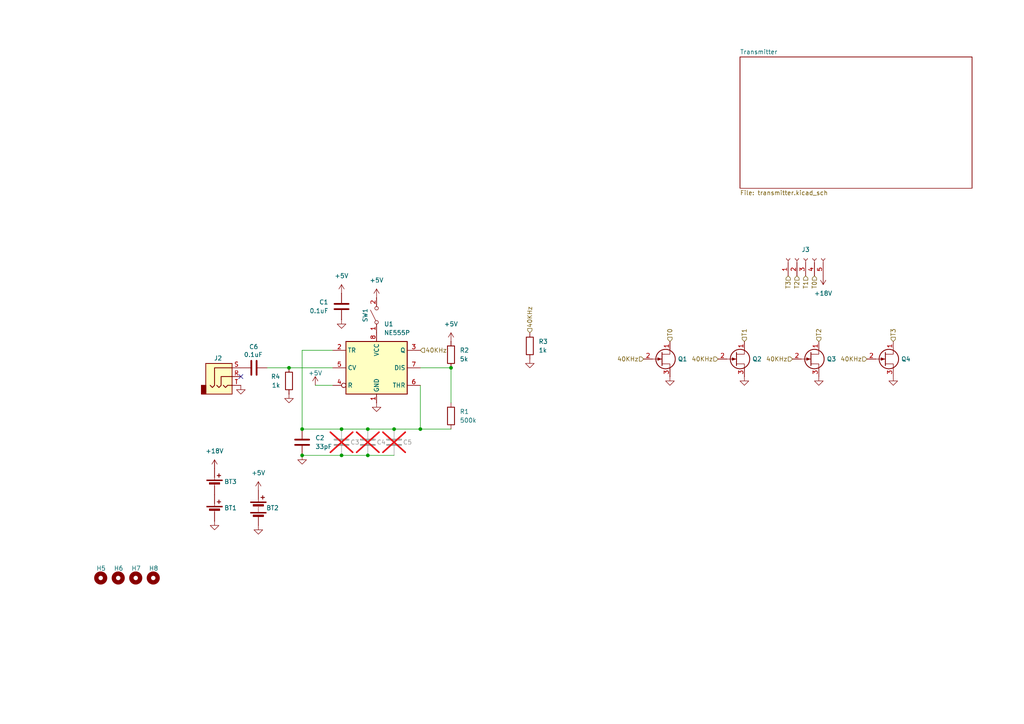
<source format=kicad_sch>
(kicad_sch (version 20250114) (generator "eeschema") (generator_version "9.0")
  (paper "A4")
  (lib_symbols
    (symbol "Connector:Conn_01x05_Socket" (pin_names (offset 1.016) (hide yes))
      (property "Reference" "J" (at 0 7.62 0))
      (property "Value" "Conn_01x05_Socket" (at 0 -7.62 0))
      (symbol "Conn_01x05_Socket_1_1"
        (polyline (pts (xy -1.27 5.08) (xy -0.508 5.08)) (stroke (width 0.1524)))
        (polyline (pts (xy -1.27 2.54) (xy -0.508 2.54)) (stroke (width 0.1524)))
        (polyline (pts (xy -1.27 0) (xy -0.508 0)) (stroke (width 0.1524)))
        (polyline (pts (xy -1.27 -2.54) (xy -0.508 -2.54)) (stroke (width 0.1524)))
        (polyline (pts (xy -1.27 -5.08) (xy -0.508 -5.08)) (stroke (width 0.1524)))
        (arc (start 0 4.572) (mid -0.5058 5.08) (end 0 5.588) (stroke (width 0.1524)))
        (arc (start 0 2.032) (mid -0.5058 2.54) (end 0 3.048) (stroke (width 0.1524)))
        (arc (start 0 -0.508) (mid -0.5058 0) (end 0 0.508) (stroke (width 0.1524)))
        (arc (start 0 -3.048) (mid -0.5058 -2.54) (end 0 -2.032) (stroke (width 0.1524)))
        (arc (start 0 -5.588) (mid -0.5058 -5.08) (end 0 -4.572) (stroke (width 0.1524)))
        (pin passive line (at -5.08 5.08 0) (length 3.81) (name "Pin_1") (number "1"))
        (pin passive line (at -5.08 2.54 0) (length 3.81) (name "Pin_2") (number "2"))
        (pin passive line (at -5.08 0 0) (length 3.81) (name "Pin_3") (number "3"))
        (pin passive line (at -5.08 -2.54 0) (length 3.81) (name "Pin_4") (number "4"))
        (pin passive line (at -5.08 -5.08 0) (length 3.81) (name "Pin_5") (number "5"))
      )
    )
    (symbol "Connector_Audio:AudioJack3"
      (property "Reference" "J" (at 0 8.89 0))
      (property "Value" "AudioJack3" (at 0 6.35 0))
      (symbol "AudioJack3_0_1"
        (rectangle (start -5.08 -5.08) (end -6.35 -2.54) (stroke (width 0.254)) (fill (type outline)))
        (polyline (pts (xy -1.905 -2.54) (xy -1.27 -3.175) (xy -0.635 -2.54) (xy -0.635 0) (xy 2.54 0)) (stroke (width 0.254)))
        (polyline (pts (xy 0 -2.54) (xy 0.635 -3.175) (xy 1.27 -2.54) (xy 2.54 -2.54)) (stroke (width 0.254)))
        (rectangle (start 2.54 3.81) (end -5.08 -5.08) (stroke (width 0.254)) (fill (type background)))
        (polyline (pts (xy 2.54 2.54) (xy -2.54 2.54) (xy -2.54 -2.54) (xy -3.175 -3.175) (xy -3.81 -2.54)) (stroke (width 0.254)))
      )
      (symbol "AudioJack3_1_1"
        (pin passive line (at 5.08 2.54 180) (length 2.54) (name "~") (number "S"))
        (pin passive line (at 5.08 0 180) (length 2.54) (name "~") (number "R"))
        (pin passive line (at 5.08 -2.54 180) (length 2.54) (name "~") (number "T"))
      )
    )
    (symbol "Custom:+18V" (power) (in_bom no) (on_board no)
      (property "Value" "+18V" (at 0 0 0))
      (symbol "+18V_0_1"
        (polyline (pts (xy 0 0) (xy 0 2.54)))
        (polyline (pts (xy 0 0) (xy 0 2.54) (xy -0.762 1.27) (xy 0 2.54) (xy 0.762 1.27) (xy 0 2.54) (xy 0 0.127)))
      )
      (symbol "+18V_1_1"
        (pin power_in line (at 0 0 90) (length 2.54) (hide yes) (name "+18V") (number "1"))
      )
    )
    (symbol "Device:Battery" (pin_numbers (hide yes)) (pin_names (offset 0) (hide yes))
      (property "Reference" "BT" (at 2.54 2.54 0))
      (property "Value" "Battery" (at 2.54 0 0))
      (symbol "Battery_0_1"
        (rectangle (start -2.286 1.778) (end 2.286 1.524) (fill (type outline)))
        (rectangle (start -2.286 -1.27) (end 2.286 -1.524) (fill (type outline)))
        (rectangle (start -1.524 1.016) (end 1.524 0.508) (fill (type outline)))
        (rectangle (start -1.524 -2.032) (end 1.524 -2.54) (fill (type outline)))
        (polyline (pts (xy 0 1.778) (xy 0 2.54)))
        (polyline (pts (xy 0 0) (xy 0 0.254)))
        (polyline (pts (xy 0 -0.508) (xy 0 -0.254)))
        (polyline (pts (xy 0 -1.016) (xy 0 -0.762)))
        (polyline (pts (xy 0.762 3.048) (xy 1.778 3.048)) (stroke (width 0.254)))
        (polyline (pts (xy 1.27 3.556) (xy 1.27 2.54)) (stroke (width 0.254)))
      )
      (symbol "Battery_1_1"
        (pin passive line (at 0 5.08 270) (length 2.54) (name "+") (number "1"))
        (pin passive line (at 0 -5.08 90) (length 2.54) (name "-") (number "2"))
      )
    )
    (symbol "Device:Battery_Cell" (pin_numbers (hide yes)) (pin_names (offset 0) (hide yes))
      (property "Reference" "BT" (at 2.54 2.54 0))
      (property "Value" "Battery_Cell" (at 2.54 0 0))
      (symbol "Battery_Cell_0_1"
        (rectangle (start -2.286 1.778) (end 2.286 1.524) (fill (type outline)))
        (rectangle (start -1.524 1.016) (end 1.524 0.508) (fill (type outline)))
        (polyline (pts (xy 0 1.778) (xy 0 2.54)))
        (polyline (pts (xy 0 0.762) (xy 0 0)))
        (polyline (pts (xy 0.762 3.048) (xy 1.778 3.048)) (stroke (width 0.254)))
        (polyline (pts (xy 1.27 3.556) (xy 1.27 2.54)) (stroke (width 0.254)))
      )
      (symbol "Battery_Cell_1_1"
        (pin passive line (at 0 5.08 270) (length 2.54) (name "+") (number "1"))
        (pin passive line (at 0 -2.54 90) (length 2.54) (name "-") (number "2"))
      )
    )
    (symbol "Device:C" (pin_numbers (hide yes)) (pin_names (offset 0.254))
      (property "Reference" "C" (at 0.635 2.54 0))
      (property "Value" "C" (at 0.635 -2.54 0))
      (symbol "C_0_1"
        (polyline (pts (xy -2.032 0.762) (xy 2.032 0.762)) (stroke (width 0.508)))
        (polyline (pts (xy -2.032 -0.762) (xy 2.032 -0.762)) (stroke (width 0.508)))
      )
      (symbol "C_1_1"
        (pin passive line (at 0 3.81 270) (length 2.794) (name "~") (number "1"))
        (pin passive line (at 0 -3.81 90) (length 2.794) (name "~") (number "2"))
      )
    )
    (symbol "Device:R" (pin_numbers (hide yes)) (pin_names (offset 0))
      (property "Reference" "R" (at 2.032 0 90))
      (property "Value" "R" (at 0 0 90))
      (symbol "R_0_1"
        (rectangle (start -1.016 -2.54) (end 1.016 2.54) (stroke (width 0.254)))
      )
      (symbol "R_1_1"
        (pin passive line (at 0 3.81 270) (length 1.27) (name "~") (number "1"))
        (pin passive line (at 0 -3.81 90) (length 1.27) (name "~") (number "2"))
      )
    )
    (symbol "Mechanical:MountingHole" (pin_names (offset 1.016)) (in_bom no)
      (property "Reference" "H" (at 0 5.08 0))
      (property "Value" "MountingHole" (at 0 3.175 0))
      (symbol "MountingHole_0_1"
        (circle (center 0 0) (radius 1.27) (stroke (width 1.27)))
      )
    )
    (symbol "Switch:SW_SPST" (pin_names (offset 0) (hide yes))
      (property "Reference" "SW" (at 0 3.175 0))
      (property "Value" "SW_SPST" (at 0 -2.54 0))
      (symbol "SW_SPST_0_0"
        (circle (center -2.032 0) (radius 0.508))
        (polyline (pts (xy -1.524 0.254) (xy 1.524 1.778)))
        (circle (center 2.032 0) (radius 0.508))
      )
      (symbol "SW_SPST_1_1"
        (pin passive line (at -5.08 0 0) (length 2.54) (name "A") (number "1"))
        (pin passive line (at 5.08 0 180) (length 2.54) (name "B") (number "2"))
      )
    )
    (symbol "Timer:NE555P"
      (property "Reference" "U" (at -10.16 8.89 0))
      (property "Value" "NE555P" (at 2.54 8.89 0))
      (symbol "NE555P_0_0"
        (pin power_in line (at 0 10.16 270) (length 2.54) (name "VCC") (number "8"))
        (pin power_in line (at 0 -10.16 90) (length 2.54) (name "GND") (number "1"))
      )
      (symbol "NE555P_0_1"
        (rectangle (start -8.89 -7.62) (end 8.89 7.62) (stroke (width 0.254)) (fill (type background)))
        (rectangle (start -8.89 -7.62) (end 8.89 7.62) (stroke (width 0.254)) (fill (type background)))
      )
      (symbol "NE555P_1_1"
        (pin input line (at -12.7 5.08 0) (length 3.81) (name "TR") (number "2"))
        (pin input line (at -12.7 0 0) (length 3.81) (name "CV") (number "5"))
        (pin input inverted (at -12.7 -5.08 0) (length 3.81) (name "R") (number "4"))
        (pin output line (at 12.7 5.08 180) (length 3.81) (name "Q") (number "3"))
        (pin input line (at 12.7 0 180) (length 3.81) (name "DIS") (number "7"))
        (pin input line (at 12.7 -5.08 180) (length 3.81) (name "THR") (number "6"))
      )
    )
    (symbol "Transistor_FET:2N3819" (pin_names (hide yes))
      (property "Reference" "Q" (at 5.08 1.905 0))
      (property "Value" "2N3819" (at 5.08 0 0))
      (symbol "2N3819_0_1"
        (polyline (pts (xy 0 0) (xy -1.016 0.381) (xy -1.016 -0.381) (xy 0 0)) (fill (type outline)))
        (polyline (pts (xy 0.254 1.905) (xy 0.254 -1.905)) (stroke (width 0.254)))
        (polyline (pts (xy 0.254 0) (xy -2.54 0)))
        (circle (center 1.27 0) (radius 2.8194) (stroke (width 0.254)))
        (polyline (pts (xy 2.54 2.54) (xy 2.54 1.397) (xy 0.254 1.397)))
        (polyline (pts (xy 2.54 -2.54) (xy 2.54 -1.397) (xy 0.254 -1.397)))
      )
      (symbol "2N3819_1_1"
        (pin input line (at -5.08 0 0) (length 2.54) (name "G") (number "2"))
        (pin passive line (at 2.54 5.08 270) (length 2.54) (name "D") (number "1"))
        (pin passive line (at 2.54 -5.08 90) (length 2.54) (name "S") (number "3"))
      )
    )
    (symbol "power:+5V" (power) (pin_numbers (hide yes)) (pin_names (offset 0) (hide yes))
      (property "Value" "+5V" (at 0 3.556 0))
      (symbol "+5V_0_1"
        (polyline (pts (xy -0.762 1.27) (xy 0 2.54)))
        (polyline (pts (xy 0 2.54) (xy 0.762 1.27)))
        (polyline (pts (xy 0 0) (xy 0 2.54)))
      )
      (symbol "+5V_1_1"
        (pin power_in line (at 0 0 90) (length 0) (name "~") (number "1"))
      )
    )
    (symbol "power:GND" (power) (pin_numbers (hide yes)) (pin_names (offset 0) (hide yes))
      (property "Value" "GND" (at 0 -3.81 0))
      (symbol "GND_0_1"
        (polyline (pts (xy 0 0) (xy 0 -1.27) (xy 1.27 -1.27) (xy 0 -2.54) (xy -1.27 -1.27) (xy 0 -1.27)))
      )
      (symbol "GND_1_1"
        (pin power_in line (at 0 0 270) (length 0) (name "~") (number "1"))
      )
    )
  )
  (junction (at 87.63 132.08))
  (junction (at 130.81 106.68))
  (junction (at 114.3 124.46))
  (junction (at 99.06 132.08))
  (junction (at 106.68 132.08))
  (junction (at 121.92 124.46))
  (junction (at 87.63 124.46))
  (junction (at 99.06 124.46))
  (junction (at 83.82 106.68))
  (junction (at 106.68 124.46))
  (no_connect (at 69.85 109.22))
  (wire (pts (xy 99.06 124.46) (xy 106.68 124.46)))
  (wire (pts (xy 77.47 106.68) (xy 83.82 106.68)))
  (wire (pts (xy 83.82 106.68) (xy 96.52 106.68)))
  (wire (pts (xy 99.06 132.08) (xy 106.68 132.08)))
  (wire (pts (xy 121.92 124.46) (xy 121.92 111.76)))
  (wire (pts (xy 114.3 124.46) (xy 121.92 124.46)))
  (wire (pts (xy 87.63 124.46) (xy 99.06 124.46)))
  (wire (pts (xy 106.68 124.46) (xy 114.3 124.46)))
  (wire (pts (xy 106.68 132.08) (xy 114.3 132.08)))
  (wire (pts (xy 87.63 101.6) (xy 87.63 124.46)))
  (wire (pts (xy 87.63 132.08) (xy 99.06 132.08)))
  (wire (pts (xy 121.92 124.46) (xy 130.81 124.46)))
  (wire (pts (xy 96.52 101.6) (xy 87.63 101.6)))
  (wire (pts (xy 91.44 111.76) (xy 96.52 111.76)))
  (wire (pts (xy 121.92 106.68) (xy 130.81 106.68)))
  (wire (pts (xy 130.81 106.68) (xy 130.81 116.84)))
  (hierarchical_label "T2" (shape input) (at 231.14 80.01 270))
  (hierarchical_label "T0" (shape input) (at 194.31 99.06 90))
  (hierarchical_label "40KHz" (shape input) (at 121.92 101.6 0))
  (hierarchical_label "40KHz" (shape input) (at 229.87 104.14 180))
  (hierarchical_label "40KHz" (shape input) (at 208.28 104.14 180))
  (hierarchical_label "T0" (shape input) (at 236.22 80.01 270))
  (hierarchical_label "T3" (shape input) (at 228.6 80.01 270))
  (hierarchical_label "40KHz" (shape input) (at 251.46 104.14 180))
  (hierarchical_label "T3" (shape input) (at 259.08 99.06 90))
  (hierarchical_label "40KHz" (shape input) (at 186.69 104.14 180))
  (hierarchical_label "40KHz" (shape input) (at 153.67 96.52 90))
  (hierarchical_label "T2" (shape input) (at 237.49 99.06 90))
  (hierarchical_label "T1" (shape input) (at 233.68 80.01 270))
  (hierarchical_label "T1" (shape input) (at 215.9 99.06 90))
  (symbol (lib_id "Transistor_FET:2N3819") (at 234.95 104.14 0) (unit 1)
    (property "Reference" "Q3" (at 239.776 104.14 0) (effects (justify left)))
    (property "Footprint" "Package_TO_SOT_THT:TO-92" (effects (hide yes)))
    (property "Datasheet" "https://www.diodes.com/assets/Datasheets/ZVNL120A.pdf" (effects (hide yes)))
  )
  (symbol (lib_id "power:+5V") (at 91.44 111.76 0) (unit 1)
    (property "Reference" "#PWR05" (effects (hide yes)))
    (property "Value" "+5V" (at 91.44 108.204 0))
    (property "Description" "Power symbol creates a global label with name \"+5V\"" (effects (hide yes)))
  )
  (symbol (lib_id "Switch:SW_SPST") (at 109.22 91.44 90) (unit 1)
    (property "Reference" "SW1" (at 105.918 91.44 0))
    (property "Value" "SW_SPST" (effects (hide yes)))
    (property "Footprint" "Custom:SW_SPST_G-105-0513" (effects (hide yes)))
    (property "Description" "Single Pole Single Throw (SPST) switch" (effects (hide yes)))
  )
  (symbol (lib_id "Transistor_FET:2N3819") (at 213.36 104.14 0) (unit 1)
    (property "Reference" "Q2" (at 218.186 104.14 0) (effects (justify left)))
    (property "Footprint" "Package_TO_SOT_THT:TO-92" (effects (hide yes)))
    (property "Datasheet" "https://www.diodes.com/assets/Datasheets/ZVNL120A.pdf" (effects (hide yes)))
  )
  (symbol (lib_id "power:+5V") (at 130.81 99.06 0) (unit 1)
    (property "Reference" "#PWR07" (effects (hide yes)))
    (property "Value" "+5V" (at 130.81 93.98 0))
    (property "Description" "Power symbol creates a global label with name \"+5V\"" (effects (hide yes)))
  )
  (symbol (lib_id "Mechanical:MountingHole") (at 39.37 167.64 0) (unit 1) (in_bom no)
    (property "Reference" "H7" (at 38.1 164.846 0) (effects (justify left)))
    (property "Value" "MountingHole" (effects (hide yes)))
    (property "Footprint" "MountingHole:MountingHole_3.2mm_M3" (effects (hide yes)))
    (property "Description" "Mounting Hole without connection" (effects (hide yes)))
  )
  (symbol (lib_id "Device:R") (at 83.82 110.49 0) (mirror y) (unit 1)
    (property "Reference" "R4" (at 81.28 109.2199 0) (effects (justify left)))
    (property "Value" "1k" (at 81.28 111.7599 0) (effects (justify left)))
    (property "Footprint" "Resistor_THT:R_Axial_DIN0309_L9.0mm_D3.2mm_P12.70mm_Horizontal" (effects (hide yes)))
    (property "Description" "Resistor" (effects (hide yes)))
  )
  (symbol (lib_id "power:+5V") (at 74.93 142.24 0) (unit 1)
    (property "Reference" "#PWR017" (effects (hide yes)))
    (property "Value" "+5V" (at 74.93 137.16 0))
    (property "Description" "Power symbol creates a global label with name \"+5V\"" (effects (hide yes)))
  )
  (symbol (lib_id "power:GND") (at 237.49 109.22 0) (unit 1)
    (property "Reference" "#PWR014" (effects (hide yes)))
    (property "Value" "GND" (effects (hide yes)))
    (property "Description" "Power symbol creates a global label with name \"GND\" , ground" (effects (hide yes)))
  )
  (symbol (lib_id "Custom:+18V") (at 62.23 135.89 0) (unit 1) (in_bom no) (on_board no)
    (property "Reference" "#PWR011" (effects (hide yes)))
    (property "Value" "+18V" (at 62.23 130.81 0))
  )
  (symbol (lib_id "power:GND") (at 99.06 92.71 0) (unit 1)
    (property "Reference" "#PWR04" (effects (hide yes)))
    (property "Value" "GND" (effects (hide yes)))
    (property "Description" "Power symbol creates a global label with name \"GND\" , ground" (effects (hide yes)))
  )
  (symbol (lib_id "Transistor_FET:2N3819") (at 191.77 104.14 0) (unit 1)
    (property "Reference" "Q1" (at 196.596 104.14 0) (effects (justify left)))
    (property "Footprint" "Package_TO_SOT_THT:TO-92" (effects (hide yes)))
    (property "Datasheet" "https://www.diodes.com/assets/Datasheets/ZVNL120A.pdf" (effects (hide yes)))
  )
  (symbol (lib_id "Custom:+18V") (at 238.76 80.01 180) (unit 1) (in_bom no) (on_board no)
    (property "Reference" "#PWR018" (effects (hide yes)))
    (property "Value" "+18V" (at 238.76 85.09 0))
  )
  (symbol (lib_id "power:GND") (at 83.82 114.3 0) (unit 1)
    (property "Reference" "#PWR010" (effects (hide yes)))
    (property "Value" "GND" (effects (hide yes)))
    (property "Description" "Power symbol creates a global label with name \"GND\" , ground" (effects (hide yes)))
  )
  (symbol (lib_id "Mechanical:MountingHole") (at 44.45 167.64 0) (unit 1) (in_bom no)
    (property "Reference" "H8" (at 43.18 164.846 0) (effects (justify left)))
    (property "Value" "MountingHole" (effects (hide yes)))
    (property "Footprint" "MountingHole:MountingHole_3.2mm_M3" (effects (hide yes)))
    (property "Description" "Mounting Hole without connection" (effects (hide yes)))
  )
  (symbol (lib_id "Timer:NE555P") (at 109.22 106.68 0) (unit 1)
    (property "Reference" "U1" (at 111.3633 93.98 0) (effects (justify left)))
    (property "Value" "NE555P" (at 111.3633 96.52 0) (effects (justify left)))
    (property "Footprint" "Package_DIP:DIP-8_W7.62mm" (effects (hide yes)))
    (property "Datasheet" "http://www.ti.com/lit/ds/symlink/ne555.pdf" (effects (hide yes)))
    (property "Description" "Precision Timers, 555 compatible,  PDIP-8" (effects (hide yes)))
  )
  (symbol (lib_id "Transistor_FET:2N3819") (at 256.54 104.14 0) (unit 1)
    (property "Reference" "Q4" (at 261.366 104.14 0) (effects (justify left)))
    (property "Footprint" "Package_TO_SOT_THT:TO-92" (effects (hide yes)))
    (property "Datasheet" "https://www.diodes.com/assets/Datasheets/ZVNL120A.pdf" (effects (hide yes)))
  )
  (symbol (lib_id "Device:C") (at 106.68 128.27 0) (unit 1) (in_bom no) (dnp yes)
    (property "Reference" "C4" (at 109.22 128.27 0) (effects (justify left)))
    (property "Value" "33pF" (effects (hide yes)))
    (property "Footprint" "Capacitor_THT:C_Rect_L4.0mm_W2.5mm_P2.50mm" (effects (hide yes)))
    (property "Description" "Unpolarized capacitor" (effects (hide yes)))
  )
  (symbol (lib_id "Connector_Audio:AudioJack3") (at 64.77 109.22 0) (unit 1)
    (property "Reference" "J2" (at 63.246 103.886 0))
    (property "Value" "AudioJack3" (effects (hide yes)))
    (property "Footprint" "Custom:Jack_STX-3000" (effects (hide yes)))
    (property "Description" "Audio Jack, 3 Poles (Stereo / TRS)" (effects (hide yes)))
    (property "Part #" "STX-3000" (effects (hide yes)))
  )
  (symbol (lib_id "power:GND") (at 259.08 109.22 0) (unit 1)
    (property "Reference" "#PWR015" (effects (hide yes)))
    (property "Value" "GND" (effects (hide yes)))
    (property "Description" "Power symbol creates a global label with name \"GND\" , ground" (effects (hide yes)))
  )
  (symbol (lib_id "power:GND") (at 153.67 104.14 0) (unit 1)
    (property "Reference" "#PWR09" (effects (hide yes)))
    (property "Value" "GND" (effects (hide yes)))
    (property "Description" "Power symbol creates a global label with name \"GND\" , ground" (effects (hide yes)))
  )
  (symbol (lib_id "power:GND") (at 87.63 132.08 0) (unit 1)
    (property "Reference" "#PWR06" (effects (hide yes)))
    (property "Value" "GND" (effects (hide yes)))
    (property "Description" "Power symbol creates a global label with name \"GND\" , ground" (effects (hide yes)))
  )
  (symbol (lib_id "Device:C") (at 99.06 88.9 0) (mirror y) (unit 1)
    (property "Reference" "C1" (at 95.25 87.6299 0) (effects (justify left)))
    (property "Value" "0.1uF" (at 95.25 90.1699 0) (effects (justify left)))
    (property "Footprint" "Capacitor_THT:C_Rect_L4.6mm_W3.0mm_P2.50mm_MKS02_FKP02" (effects (hide yes)))
    (property "Description" "Unpolarized capacitor" (effects (hide yes)))
  )
  (symbol (lib_id "Mechanical:MountingHole") (at 34.29 167.64 0) (unit 1) (in_bom no)
    (property "Reference" "H6" (at 33.02 164.846 0) (effects (justify left)))
    (property "Value" "MountingHole" (effects (hide yes)))
    (property "Footprint" "MountingHole:MountingHole_3.2mm_M3" (effects (hide yes)))
    (property "Description" "Mounting Hole without connection" (effects (hide yes)))
  )
  (symbol (lib_id "power:GND") (at 215.9 109.22 0) (unit 1)
    (property "Reference" "#PWR013" (effects (hide yes)))
    (property "Value" "GND" (effects (hide yes)))
    (property "Description" "Power symbol creates a global label with name \"GND\" , ground" (effects (hide yes)))
  )
  (symbol (lib_id "power:GND") (at 194.31 109.22 0) (unit 1)
    (property "Reference" "#PWR012" (effects (hide yes)))
    (property "Value" "GND" (effects (hide yes)))
    (property "Description" "Power symbol creates a global label with name \"GND\" , ground" (effects (hide yes)))
  )
  (symbol (lib_id "Device:Battery_Cell") (at 62.23 148.59 0) (unit 1)
    (property "Reference" "BT1" (at 65.024 147.32 0) (effects (justify left)))
    (property "Value" "Battery_Cell" (effects (hide yes)))
    (property "Footprint" "Custom:Battery_Single_Cell_Keystone_967" (effects (hide yes)))
    (property "Description" "Single-cell battery" (effects (hide yes)))
  )
  (symbol (lib_id "Device:R") (at 130.81 120.65 0) (unit 1)
    (property "Reference" "R1" (at 133.35 119.3799 0) (effects (justify left)))
    (property "Value" "500k" (at 133.35 121.9199 0) (effects (justify left)))
    (property "Footprint" "Resistor_THT:R_Axial_DIN0207_L6.3mm_D2.5mm_P10.16mm_Horizontal" (effects (hide yes)))
    (property "Description" "Resistor" (effects (hide yes)))
  )
  (symbol (lib_id "power:GND") (at 74.93 152.4 0) (unit 1)
    (property "Reference" "#PWR019" (effects (hide yes)))
    (property "Value" "GND" (effects (hide yes)))
    (property "Description" "Power symbol creates a global label with name \"GND\" , ground" (effects (hide yes)))
  )
  (symbol (lib_id "Mechanical:MountingHole") (at 29.21 167.64 0) (unit 1) (in_bom no)
    (property "Reference" "H5" (at 27.94 164.846 0) (effects (justify left)))
    (property "Value" "MountingHole" (effects (hide yes)))
    (property "Footprint" "MountingHole:MountingHole_3.2mm_M3" (effects (hide yes)))
    (property "Description" "Mounting Hole without connection" (effects (hide yes)))
  )
  (symbol (lib_id "Device:Battery_Cell") (at 62.23 140.97 0) (unit 1)
    (property "Reference" "BT3" (at 65.024 139.7 0) (effects (justify left)))
    (property "Value" "Battery_Cell" (effects (hide yes)))
    (property "Footprint" "Custom:Battery_Single_Cell_Keystone_967" (effects (hide yes)))
    (property "Description" "Single-cell battery" (effects (hide yes)))
  )
  (symbol (lib_id "Device:R") (at 153.67 100.33 0) (unit 1)
    (property "Reference" "R3" (at 156.21 99.0599 0) (effects (justify left)))
    (property "Value" "1k" (at 156.21 101.5999 0) (effects (justify left)))
    (property "Footprint" "Resistor_THT:R_Axial_DIN0207_L6.3mm_D2.5mm_P15.24mm_Horizontal" (effects (hide yes)))
    (property "Description" "Resistor" (effects (hide yes)))
  )
  (symbol (lib_id "Device:C") (at 99.06 128.27 0) (unit 1) (in_bom no) (dnp yes)
    (property "Reference" "C3" (at 101.6 128.27 0) (effects (justify left)))
    (property "Value" "33pF" (effects (hide yes)))
    (property "Footprint" "Capacitor_THT:C_Rect_L4.0mm_W2.5mm_P2.50mm" (effects (hide yes)))
    (property "Description" "Unpolarized capacitor" (effects (hide yes)))
  )
  (symbol (lib_id "Device:C") (at 73.66 106.68 90) (unit 1)
    (property "Reference" "C6" (at 74.93 100.584 90) (effects (justify left)))
    (property "Value" "0.1uF" (at 76.2 102.87 90) (effects (justify left)))
    (property "Footprint" "Capacitor_THT:C_Rect_L4.6mm_W3.0mm_P2.50mm_MKS02_FKP02" (effects (hide yes)))
    (property "Description" "Unpolarized capacitor" (effects (hide yes)))
  )
  (symbol (lib_id "power:GND") (at 62.23 151.13 0) (unit 1)
    (property "Reference" "#PWR016" (effects (hide yes)))
    (property "Value" "GND" (effects (hide yes)))
    (property "Description" "Power symbol creates a global label with name \"GND\" , ground" (effects (hide yes)))
  )
  (symbol (lib_id "power:+5V") (at 109.22 86.36 0) (unit 1)
    (property "Reference" "#PWR02" (effects (hide yes)))
    (property "Value" "+5V" (at 109.22 81.28 0))
    (property "Description" "Power symbol creates a global label with name \"+5V\"" (effects (hide yes)))
  )
  (symbol (lib_id "Connector:Conn_01x05_Socket") (at 233.68 74.93 90) (unit 1)
    (property "Reference" "J3" (at 233.68 72.39 90))
    (property "Value" "Conn_01x05_Socket" (effects (hide yes)))
    (property "Footprint" "Connector_JST:JST_EH_S5B-EH_1x05_P2.50mm_Horizontal" (effects (hide yes)))
    (property "Description" "Generic connector, single row, 01x05, script generated" (effects (hide yes)))
    (property "Part #" "S5B-EH" (effects (hide yes)))
    (property "Digikey Part #" "455-S5B-EH-ND" (effects (hide yes)))
  )
  (symbol (lib_id "power:GND") (at 69.85 111.76 0) (unit 1)
    (property "Reference" "#PWR08" (effects (hide yes)))
    (property "Value" "GND" (effects (hide yes)))
    (property "Description" "Power symbol creates a global label with name \"GND\" , ground" (effects (hide yes)))
  )
  (symbol (lib_id "power:GND") (at 109.22 116.84 0) (unit 1)
    (property "Reference" "#PWR01" (effects (hide yes)))
    (property "Value" "GND" (effects (hide yes)))
    (property "Description" "Power symbol creates a global label with name \"GND\" , ground" (effects (hide yes)))
  )
  (symbol (lib_id "Device:C") (at 114.3 128.27 0) (unit 1) (in_bom no) (dnp yes)
    (property "Reference" "C5" (at 116.84 128.27 0) (effects (justify left)))
    (property "Value" "33pF" (effects (hide yes)))
    (property "Footprint" "Capacitor_THT:C_Rect_L4.0mm_W2.5mm_P2.50mm" (effects (hide yes)))
    (property "Description" "Unpolarized capacitor" (effects (hide yes)))
  )
  (symbol (lib_id "Device:R") (at 130.81 102.87 0) (unit 1)
    (property "Reference" "R2" (at 133.35 101.5999 0) (effects (justify left)))
    (property "Value" "5k" (at 133.35 104.1399 0) (effects (justify left)))
    (property "Footprint" "Resistor_THT:R_Axial_DIN0207_L6.3mm_D2.5mm_P10.16mm_Horizontal" (effects (hide yes)))
    (property "Description" "Resistor" (effects (hide yes)))
  )
  (symbol (lib_id "Device:C") (at 87.63 128.27 0) (unit 1)
    (property "Reference" "C2" (at 91.44 126.9999 0) (effects (justify left)))
    (property "Value" "33pF" (at 91.44 129.5399 0) (effects (justify left)))
    (property "Footprint" "Capacitor_THT:C_Rect_L4.0mm_W2.5mm_P2.50mm" (effects (hide yes)))
    (property "Description" "Unpolarized capacitor" (effects (hide yes)))
  )
  (symbol (lib_id "Device:Battery") (at 74.93 147.32 0) (unit 1)
    (property "Reference" "BT2" (at 77.216 147.32 0) (effects (justify left)))
    (property "Value" "Battery" (effects (hide yes)))
    (property "Footprint" "Custom:Battery_BC3AAPC" (effects (hide yes)))
    (property "Description" "Multiple-cell battery" (effects (hide yes)))
  )
  (symbol (lib_id "power:+5V") (at 99.06 85.09 0) (unit 1)
    (property "Reference" "#PWR03" (effects (hide yes)))
    (property "Value" "+5V" (at 99.06 80.01 0))
    (property "Description" "Power symbol creates a global label with name \"+5V\"" (effects (hide yes)))
  )
  (sheet (at 214.63 16.51) (size 67.31 38.1) (stroke (width 0.1524))
    (property "Sheetname" "Transmitter" (at 214.63 15.7984 0) (effects (justify left bottom)))
    (property "Sheetfile" "transmitter.kicad_sch" (at 214.63 55.1946 0) (effects (justify left top)))
  )
)
</source>
